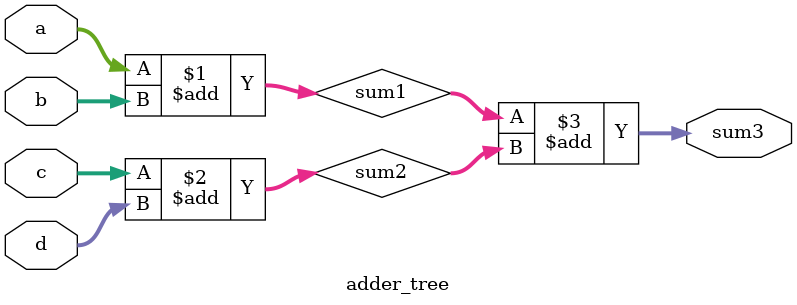
<source format=v>
module adder_tree(
	input [3:0] a,
	input [3:0] b,
	input [7:0] c,
	input [7:0] d,
	output [9:0] sum3
	);
	
	wire [4:0] sum1; 
	wire [8:0] sum2;
	
	assign sum1 = a + b;
	assign sum2 = c + d;
	assign sum3 = sum1 + sum2;
	
endmodule
	
</source>
